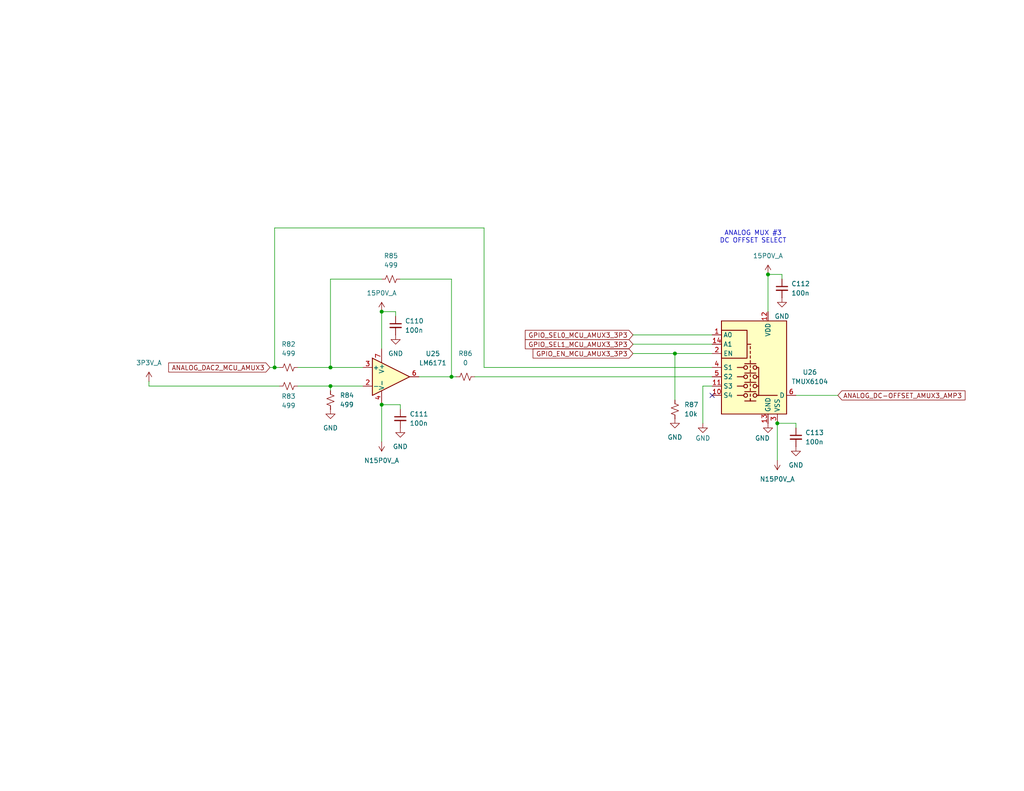
<source format=kicad_sch>
(kicad_sch (version 20231120) (generator "eeschema") (generator_version "8.0")
  (paper "A")
  (title_block (title "ARBITRARY WAVEFORM GENERATOR") (date "2024-09-11") (rev "0.0.1") (company "Tomasz Brzyzek"))
  (lib_symbols
    (symbol "BRZK_MUX:TMUX6104"
      (property "Reference" "U" (at 11.684 15.748 0))
      (property "Value" "TMUX6104" (at 11.684 13.462 0))
      (symbol "TMUX6104_0_0"
        (pin power_in line (at 5.08 -12.7 90) (length 2.54) (name "GND") (number "13"))
      )
      (symbol "TMUX6104_0_1"
        (rectangle (start -7.62 12.7) (end -0.635 5.08) (stroke (width 0.254)))
        (rectangle (start -7.62 15.24) (end 10.16 -10.16) (stroke (width 0.254)) (fill (type background)))
        (circle (center -1.016 -5.08) (radius 0.508) (stroke (width 0.254)))
        (circle (center -1.016 -2.54) (radius 0.508) (stroke (width 0.254)))
        (circle (center -1.016 0) (radius 0.508) (stroke (width 0.254)))
        (circle (center -1.016 2.54) (radius 0.508) (stroke (width 0.254)))
        (polyline (pts (xy -1.524 -5.08) (xy -3.302 -5.08)) (stroke (width 0.254)))
        (polyline (pts (xy -1.524 -2.54) (xy -3.302 -2.54)) (stroke (width 0.254)))
        (polyline (pts (xy -1.524 0) (xy -3.302 0)) (stroke (width 0.254)))
        (polyline (pts (xy -1.524 2.54) (xy -3.302 2.54)) (stroke (width 0.254)))
        (polyline (pts (xy -1.27 -6.604) (xy 1.778 -6.604)) (stroke (width 0.254)))
        (polyline (pts (xy -1.27 -4.064) (xy 1.778 -4.064)) (stroke (width 0.254)))
        (polyline (pts (xy -1.27 -1.524) (xy 1.778 -1.524)) (stroke (width 0.254)))
        (polyline (pts (xy -1.27 1.016) (xy 1.778 1.016)) (stroke (width 0.254)))
        (polyline (pts (xy -1.27 3.556) (xy 1.778 3.556)) (stroke (width 0.254)))
        (polyline (pts (xy -0.508 8.89) (xy 0.127 8.89)) (stroke (width 0.254)))
        (polyline (pts (xy 0.254 -6.604) (xy 0.254 -5.969)) (stroke (width 0.254)))
        (polyline (pts (xy 0.254 -6.604) (xy 0.254 -5.969)) (stroke (width 0.254)))
        (polyline (pts (xy 0.254 -5.334) (xy 0.254 -4.699)) (stroke (width 0.254)))
        (polyline (pts (xy 0.254 -3.81) (xy 0.254 -3.175)) (stroke (width 0.254)))
        (polyline (pts (xy 0.254 -2.54) (xy 0.254 -1.905)) (stroke (width 0.254)))
        (polyline (pts (xy 0.254 -1.27) (xy 0.254 -0.635)) (stroke (width 0.254)))
        (polyline (pts (xy 0.254 0) (xy 0.254 0.635)) (stroke (width 0.254)))
        (polyline (pts (xy 0.254 1.27) (xy 0.254 1.905)) (stroke (width 0.254)))
        (polyline (pts (xy 0.254 2.54) (xy 0.254 3.175)) (stroke (width 0.254)))
        (polyline (pts (xy 0.254 3.81) (xy 0.254 4.445)) (stroke (width 0.254)))
        (polyline (pts (xy 0.254 5.08) (xy 0.254 5.715)) (stroke (width 0.254)))
        (polyline (pts (xy 0.254 6.35) (xy 0.254 6.985)) (stroke (width 0.254)))
        (polyline (pts (xy 0.254 7.62) (xy 0.254 8.255)) (stroke (width 0.254)))
        (polyline (pts (xy 0.381 8.89) (xy 0.127 8.89)) (stroke (width 0.254)))
        (polyline (pts (xy 2.032 -5.08) (xy 2.54 -5.08)) (stroke (width 0.254)))
        (polyline (pts (xy 2.032 -2.54) (xy 2.54 -2.54)) (stroke (width 0.254)))
        (polyline (pts (xy 2.032 0) (xy 2.54 0)) (stroke (width 0.254)))
        (polyline (pts (xy 2.54 -5.08) (xy 7.62 -5.08)) (stroke (width 0.254)))
        (polyline (pts (xy 1.905 2.54) (xy 2.54 2.54) (xy 2.54 -5.08) (xy 2.032 -5.08)) (stroke (width 0.254)))
        (circle (center 1.524 -5.08) (radius 0.508) (stroke (width 0.254)))
        (circle (center 1.524 -2.54) (radius 0.508) (stroke (width 0.254)))
        (circle (center 1.524 0) (radius 0.508) (stroke (width 0.254)))
        (circle (center 1.524 2.54) (radius 0.508) (stroke (width 0.254)))
      )
      (symbol "TMUX6104_1_0"
        (pin no_connect line (at 12.7 2.54 180) (length 2.54) hide (name "NC") (number "7"))
        (pin no_connect line (at 12.7 2.54 180) (length 2.54) hide (name "NC") (number "8"))
        (pin no_connect line (at 12.7 2.54 180) (length 2.54) hide (name "NC") (number "9"))
      )
      (symbol "TMUX6104_1_1"
        (pin input line (at -10.16 11.43 0) (length 2.54) (name "A0") (number "1"))
        (pin bidirectional line (at -10.16 -5.08 0) (length 2.54) (name "S4") (number "10"))
        (pin bidirectional line (at -10.16 -2.54 0) (length 2.54) (name "S3") (number "11"))
        (pin power_in line (at 5.08 17.78 270) (length 2.54) (name "VDD") (number "12"))
        (pin input line (at -10.16 8.89 0) (length 2.54) (name "A1") (number "14"))
        (pin input line (at -10.16 6.35 0) (length 2.54) (name "EN") (number "2"))
        (pin power_in line (at 7.62 -12.7 90) (length 2.54) (name "VSS") (number "3"))
        (pin bidirectional line (at -10.16 2.54 0) (length 2.54) (name "S1") (number "4"))
        (pin bidirectional line (at -10.16 0 0) (length 2.54) (name "S2") (number "5"))
        (pin bidirectional line (at 12.7 -5.08 180) (length 2.54) (name "D") (number "6"))
      )
    )
    (symbol "BRZK_OPAMP:LM6171" (pin_names (offset 0.127))
      (property "Reference" "U" (at 0 6.35 0))
      (property "Value" "LM6171" (at 0 3.81 0))
      (symbol "LM6171_0_1"
        (polyline (pts (xy -5.08 5.08) (xy 5.08 0) (xy -5.08 -5.08) (xy -5.08 5.08)) (stroke (width 0.254)) (fill (type background)))
      )
      (symbol "LM6171_1_1"
        (pin no_connect line (at -2.54 2.54 270) (length 2.54) hide (name "NC") (number "1"))
        (pin input line (at -7.62 -2.54 0) (length 2.54) (name "-") (number "2"))
        (pin input line (at -7.62 2.54 0) (length 2.54) (name "+") (number "3"))
        (pin power_in line (at -2.54 -7.62 90) (length 3.81) (name "V-") (number "4"))
        (pin no_connect line (at 0 2.54 270) (length 2.54) hide (name "NC") (number "5"))
        (pin output line (at 7.62 0 180) (length 2.54) (name "~") (number "6"))
        (pin power_in line (at -2.54 7.62 270) (length 3.81) (name "V+") (number "7"))
        (pin no_connect line (at 0 -2.54 90) (length 2.54) hide (name "NC") (number "8"))
      )
    )
    (symbol "Device:C_Small" (pin_numbers hide) (pin_names (offset 0.254) hide)
      (property "Reference" "C" (at 0.254 1.778 0))
      (property "Value" "C_Small" (at 0.254 -2.032 0))
      (symbol "C_Small_0_1"
        (polyline (pts (xy -1.524 -0.508) (xy 1.524 -0.508)) (stroke (width 0.3302)))
        (polyline (pts (xy -1.524 0.508) (xy 1.524 0.508)) (stroke (width 0.3048)))
      )
      (symbol "C_Small_1_1"
        (pin passive line (at 0 2.54 270) (length 2.032) (name "~") (number "1"))
        (pin passive line (at 0 -2.54 90) (length 2.032) (name "~") (number "2"))
      )
    )
    (symbol "Device:R_Small_US" (pin_numbers hide) (pin_names (offset 0.254) hide)
      (property "Reference" "R" (at 0.762 0.508 0))
      (property "Value" "R_Small_US" (at 0.762 -1.016 0))
      (symbol "R_Small_US_1_1"
        (polyline (pts (xy 0 0) (xy 1.016 -0.381) (xy 0 -0.762) (xy -1.016 -1.143) (xy 0 -1.524)))
        (polyline (pts (xy 0 1.524) (xy 1.016 1.143) (xy 0 0.762) (xy -1.016 0.381) (xy 0 0)))
        (pin passive line (at 0 2.54 270) (length 1.016) (name "~") (number "1"))
        (pin passive line (at 0 -2.54 90) (length 1.016) (name "~") (number "2"))
      )
    )
    (symbol "power:+3V3" (power) (pin_numbers hide) (pin_names (offset 0) hide)
      (property "Value" "+3V3" (at 0 3.556 0))
      (symbol "+3V3_0_1"
        (polyline (pts (xy -0.762 1.27) (xy 0 2.54)))
        (polyline (pts (xy 0 0) (xy 0 2.54)))
        (polyline (pts (xy 0 2.54) (xy 0.762 1.27)))
      )
      (symbol "+3V3_1_1"
        (pin power_in line (at 0 0 90) (length 0) (name "~") (number "1"))
      )
    )
    (symbol "power:GND" (power) (pin_numbers hide) (pin_names (offset 0) hide)
      (property "Value" "GND" (at 0 -3.81 0))
      (symbol "GND_0_1"
        (polyline (pts (xy 0 0) (xy 0 -1.27) (xy 1.27 -1.27) (xy 0 -2.54) (xy -1.27 -1.27) (xy 0 -1.27)))
      )
      (symbol "GND_1_1"
        (pin power_in line (at 0 0 270) (length 0) (name "~") (number "1"))
      )
    )
  )
  (junction (at 212.09 115.57))
  (junction (at 104.14 85.09))
  (junction (at 74.93 100.33))
  (junction (at 90.17 100.33))
  (junction (at 123.19 102.87))
  (junction (at 184.15 96.52))
  (junction (at 104.14 110.49))
  (junction (at 209.55 74.93))
  (junction (at 90.17 105.41))
  (no_connect (at 194.31 107.95))
  (wire (pts (xy 107.95 86.36) (xy 107.95 85.09)))
  (wire (pts (xy 209.55 74.93) (xy 209.55 85.09)))
  (wire (pts (xy 172.72 96.52) (xy 184.15 96.52)))
  (wire (pts (xy 90.17 100.33) (xy 90.17 76.2)))
  (wire (pts (xy 114.3 102.87) (xy 123.19 102.87)))
  (wire (pts (xy 217.17 116.84) (xy 217.17 115.57)))
  (wire (pts (xy 90.17 76.2) (xy 104.14 76.2)))
  (wire (pts (xy 40.64 105.41) (xy 76.2 105.41)))
  (wire (pts (xy 104.14 120.65) (xy 104.14 110.49)))
  (wire (pts (xy 104.14 85.09) (xy 104.14 95.25)))
  (wire (pts (xy 129.54 102.87) (xy 194.31 102.87)))
  (wire (pts (xy 123.19 102.87) (xy 124.46 102.87)))
  (wire (pts (xy 90.17 105.41) (xy 90.17 106.68)))
  (wire (pts (xy 209.55 74.93) (xy 213.36 74.93)))
  (wire (pts (xy 73.66 100.33) (xy 74.93 100.33)))
  (wire (pts (xy 172.72 91.44) (xy 194.31 91.44)))
  (wire (pts (xy 212.09 125.73) (xy 212.09 115.57)))
  (wire (pts (xy 184.15 96.52) (xy 184.15 109.22)))
  (wire (pts (xy 194.31 105.41) (xy 191.77 105.41)))
  (wire (pts (xy 172.72 93.98) (xy 194.31 93.98)))
  (wire (pts (xy 104.14 110.49) (xy 109.22 110.49)))
  (wire (pts (xy 81.28 105.41) (xy 90.17 105.41)))
  (wire (pts (xy 213.36 76.2) (xy 213.36 74.93)))
  (wire (pts (xy 184.15 96.52) (xy 194.31 96.52)))
  (wire (pts (xy 132.08 62.23) (xy 74.93 62.23)))
  (wire (pts (xy 212.09 115.57) (xy 217.17 115.57)))
  (wire (pts (xy 191.77 105.41) (xy 191.77 115.57)))
  (wire (pts (xy 104.14 85.09) (xy 107.95 85.09)))
  (wire (pts (xy 132.08 100.33) (xy 132.08 62.23)))
  (wire (pts (xy 40.64 104.14) (xy 40.64 105.41)))
  (wire (pts (xy 109.22 76.2) (xy 123.19 76.2)))
  (wire (pts (xy 228.6 107.95) (xy 217.17 107.95)))
  (wire (pts (xy 123.19 76.2) (xy 123.19 102.87)))
  (wire (pts (xy 81.28 100.33) (xy 90.17 100.33)))
  (wire (pts (xy 90.17 105.41) (xy 99.06 105.41)))
  (wire (pts (xy 90.17 100.33) (xy 99.06 100.33)))
  (wire (pts (xy 194.31 100.33) (xy 132.08 100.33)))
  (wire (pts (xy 74.93 100.33) (xy 76.2 100.33)))
  (wire (pts (xy 74.93 62.23) (xy 74.93 100.33)))
  (wire (pts (xy 109.22 111.76) (xy 109.22 110.49)))
  (text "ANALOG MUX #3\nDC OFFSET SELECT" (at 205.486 64.77 0) (effects (font (size 1.27 1.27))))
  (global_label "ANALOG_DC-OFFSET_AMUX3_AMP3" (shape input) (at 228.6 107.95 0) (property "Intersheetrefs" "${INTERSHEET_REFS}" (effects (hide yes))))
  (global_label "GPIO_SEL0_MCU_AMUX3_3P3" (shape input) (at 172.72 91.44 180) (property "Intersheetrefs" "${INTERSHEET_REFS}" (effects (hide yes))))
  (global_label "GPIO_EN_MCU_AMUX3_3P3" (shape input) (at 172.72 96.52 180) (property "Intersheetrefs" "${INTERSHEET_REFS}" (effects (hide yes))))
  (global_label "ANALOG_DAC2_MCU_AMUX3" (shape input) (at 73.66 100.33 180) (property "Intersheetrefs" "${INTERSHEET_REFS}" (effects (hide yes))))
  (global_label "GPIO_SEL1_MCU_AMUX3_3P3" (shape input) (at 172.72 93.98 180) (property "Intersheetrefs" "${INTERSHEET_REFS}" (effects (hide yes))))
  (symbol (lib_id "Device:R_Small_US") (at 184.15 111.76 180) (unit 1)
    (property "Reference" "R87" (at 186.69 110.4899 0) (effects (justify right)))
    (property "Value" "10k" (at 186.69 113.0299 0) (effects (justify right)))
    (property "Footprint" "Resistor_SMD:R_0603_1608Metric" (effects (hide yes)))
    (property "Description" "Resistor, small US symbol" (effects (hide yes)))
    (property "Part Number" "0603WAF1002T5E" (effects (hide yes)))
    (property "LCSC" "C25804" (effects (hide yes)))
  )
  (symbol (lib_id "Device:C_Small") (at 109.22 114.3 0) (unit 1)
    (property "Reference" "C111" (at 111.76 113.0363 0) (effects (justify left)))
    (property "Value" "100n" (at 111.76 115.5763 0) (effects (justify left)))
    (property "Footprint" "Capacitor_SMD:C_0603_1608Metric" (effects (hide yes)))
    (property "Description" "Unpolarized capacitor, small symbol" (effects (hide yes)))
    (property "Part Number" "CL10B104JB8NNNC" (effects (hide yes)))
    (property "LCSC" "C24452" (effects (hide yes)))
  )
  (symbol (lib_id "power:GND") (at 209.55 115.57 0) (unit 1)
    (property "Reference" "#PWR0289" (effects (hide yes)))
    (property "Value" "GND" (at 208.026 119.634 0))
    (property "Description" "Power symbol creates a global label with name \"GND\" , ground" (effects (hide yes)))
  )
  (symbol (lib_id "power:GND") (at 191.77 115.57 0) (unit 1)
    (property "Reference" "#PWR0287" (effects (hide yes)))
    (property "Value" "GND" (at 191.77 119.634 0))
    (property "Description" "Power symbol creates a global label with name \"GND\" , ground" (effects (hide yes)))
  )
  (symbol (lib_id "Device:R_Small_US") (at 90.17 109.22 180) (unit 1)
    (property "Reference" "R84" (at 92.71 107.9499 0) (effects (justify right)))
    (property "Value" "499" (at 92.71 110.4899 0) (effects (justify right)))
    (property "Footprint" "Resistor_SMD:R_0603_1608Metric" (effects (hide yes)))
    (property "Description" "Resistor, small US symbol" (effects (hide yes)))
    (property "LCSC" "C23065" (effects (hide yes)))
    (property "Part Number" "0603WAF4990T5E" (effects (hide yes)))
  )
  (symbol (lib_id "power:+3V3") (at 40.64 104.14 0) (unit 1)
    (property "Reference" "#PWR0280" (effects (hide yes)))
    (property "Value" "3P3V_A" (at 40.64 99.06 0))
    (property "Description" "Power symbol creates a global label with name \"+3V3\"" (effects (hide yes)))
  )
  (symbol (lib_id "power:GND") (at 213.36 81.28 0) (unit 1)
    (property "Reference" "#PWR0291" (effects (hide yes)))
    (property "Value" "GND" (at 213.36 86.36 0))
    (property "Description" "Power symbol creates a global label with name \"GND\" , ground" (effects (hide yes)))
  )
  (symbol (lib_id "Device:R_Small_US") (at 78.74 105.41 90) (unit 1)
    (property "Reference" "R83" (at 78.74 108.204 90))
    (property "Value" "499" (at 78.74 110.744 90))
    (property "Footprint" "Resistor_SMD:R_0603_1608Metric" (effects (hide yes)))
    (property "Description" "Resistor, small US symbol" (effects (hide yes)))
    (property "LCSC" "C23065" (effects (hide yes)))
    (property "Part Number" "0603WAF4990T5E" (effects (hide yes)))
  )
  (symbol (lib_id "Device:R_Small_US") (at 106.68 76.2 90) (unit 1)
    (property "Reference" "R85" (at 106.68 69.85 90))
    (property "Value" "499" (at 106.68 72.39 90))
    (property "Footprint" "Resistor_SMD:R_0603_1608Metric" (effects (hide yes)))
    (property "Description" "Resistor, small US symbol" (effects (hide yes)))
    (property "LCSC" "C23065" (effects (hide yes)))
    (property "Part Number" "0603WAF4990T5E" (effects (hide yes)))
  )
  (symbol (lib_id "power:GND") (at 90.17 111.76 0) (unit 1)
    (property "Reference" "#PWR0281" (effects (hide yes)))
    (property "Value" "GND" (at 90.17 116.84 0))
    (property "Description" "Power symbol creates a global label with name \"GND\" , ground" (effects (hide yes)))
  )
  (symbol (lib_id "power:GND") (at 109.22 116.84 0) (unit 1)
    (property "Reference" "#PWR0285" (effects (hide yes)))
    (property "Value" "GND" (at 109.22 121.92 0))
    (property "Description" "Power symbol creates a global label with name \"GND\" , ground" (effects (hide yes)))
  )
  (symbol (lib_id "power:+3V3") (at 104.14 120.65 180) (unit 1)
    (property "Reference" "#PWR0283" (effects (hide yes)))
    (property "Value" "N15P0V_A" (at 104.14 125.73 0))
    (property "Description" "Power symbol creates a global label with name \"+3V3\"" (effects (hide yes)))
  )
  (symbol (lib_id "power:+3V3") (at 104.14 85.09 0) (unit 1)
    (property "Reference" "#PWR0282" (effects (hide yes)))
    (property "Value" "15P0V_A" (at 104.14 80.01 0))
    (property "Description" "Power symbol creates a global label with name \"+3V3\"" (effects (hide yes)))
  )
  (symbol (lib_id "power:GND") (at 184.15 114.3 0) (unit 1)
    (property "Reference" "#PWR0286" (effects (hide yes)))
    (property "Value" "GND" (at 184.15 119.38 0))
    (property "Description" "Power symbol creates a global label with name \"GND\" , ground" (effects (hide yes)))
  )
  (symbol (lib_id "Device:R_Small_US") (at 78.74 100.33 90) (unit 1)
    (property "Reference" "R82" (at 78.74 93.98 90))
    (property "Value" "499" (at 78.74 96.52 90))
    (property "Footprint" "Resistor_SMD:R_0603_1608Metric" (effects (hide yes)))
    (property "Description" "Resistor, small US symbol" (effects (hide yes)))
    (property "LCSC" "C23065" (effects (hide yes)))
    (property "Part Number" "0603WAF4990T5E" (effects (hide yes)))
  )
  (symbol (lib_id "Device:C_Small") (at 217.17 119.38 0) (unit 1)
    (property "Reference" "C113" (at 219.71 118.1163 0) (effects (justify left)))
    (property "Value" "100n" (at 219.71 120.6563 0) (effects (justify left)))
    (property "Footprint" "Capacitor_SMD:C_0603_1608Metric" (effects (hide yes)))
    (property "Description" "Unpolarized capacitor, small symbol" (effects (hide yes)))
    (property "Part Number" "CL10B104JB8NNNC" (effects (hide yes)))
    (property "LCSC" "C24452" (effects (hide yes)))
  )
  (symbol (lib_id "Device:R_Small_US") (at 127 102.87 90) (unit 1)
    (property "Reference" "R86" (at 127 96.52 90))
    (property "Value" "0" (at 127 99.06 90))
    (property "Footprint" "Resistor_SMD:R_0603_1608Metric" (effects (hide yes)))
    (property "Description" "Resistor, small US symbol" (effects (hide yes)))
    (property "Part Number" "0603WAJ0000T5E" (effects (hide yes)))
    (property "LCSC" "C15402" (effects (hide yes)))
  )
  (symbol (lib_id "power:+3V3") (at 209.55 74.93 0) (unit 1)
    (property "Reference" "#PWR0288" (effects (hide yes)))
    (property "Value" "15P0V_A" (at 209.55 69.85 0))
    (property "Description" "Power symbol creates a global label with name \"+3V3\"" (effects (hide yes)))
  )
  (symbol (lib_id "Device:C_Small") (at 213.36 78.74 0) (unit 1)
    (property "Reference" "C112" (at 215.9 77.4763 0) (effects (justify left)))
    (property "Value" "100n" (at 215.9 80.0163 0) (effects (justify left)))
    (property "Footprint" "Capacitor_SMD:C_0603_1608Metric" (effects (hide yes)))
    (property "Description" "Unpolarized capacitor, small symbol" (effects (hide yes)))
    (property "Part Number" "CL10B104JB8NNNC" (effects (hide yes)))
    (property "LCSC" "C24452" (effects (hide yes)))
  )
  (symbol (lib_id "BRZK_OPAMP:LM6171") (at 106.68 102.87 0) (unit 1)
    (property "Reference" "U25" (at 118.11 96.5514 0))
    (property "Value" "LM6171" (at 118.11 99.0914 0))
    (property "Footprint" "Package_SO:SOIC-8_3.9x4.9mm_P1.27mm" (effects (hide yes)))
    (property "Datasheet" "http://www.ti.com/lit/ds/symlink/lm6171.pdf" (effects (hide yes)))
    (property "Description" "High Speed Low Power Low Distortion Voltage Feedback Amplifier, SOIC-8" (effects (hide yes)))
    (property "Part Number" "LM6171BIMX/NOPB" (effects (hide yes)))
    (property "LCSC" "C2058493" (effects (hide yes)))
  )
  (symbol (lib_id "power:+3V3") (at 212.09 125.73 180) (unit 1)
    (property "Reference" "#PWR0290" (effects (hide yes)))
    (property "Value" "N15P0V_A" (at 212.09 130.81 0))
    (property "Description" "Power symbol creates a global label with name \"+3V3\"" (effects (hide yes)))
  )
  (symbol (lib_id "BRZK_MUX:TMUX6104") (at 204.47 102.87 0) (unit 1)
    (property "Reference" "U26" (at 220.98 101.6314 0))
    (property "Value" "TMUX6104" (at 220.98 104.1714 0))
    (property "Footprint" "Package_SO:TSSOP-14_4.4x5mm_P0.65mm" (effects (hide yes)))
    (property "Datasheet" "https://www.ti.com/lit/ds/symlink/tmux6104.pdf" (effects (hide yes)))
    (property "Description" "5-pA on-state leakage current, ±16.5-V, 4:1, 1-channel precision analog multiplexer" (effects (hide yes)))
    (property "Part Number" "TMUX6104PWR" (effects (hide yes)))
    (property "LCSC" "C2673388" (effects (hide yes)))
  )
  (symbol (lib_id "power:GND") (at 217.17 121.92 0) (unit 1)
    (property "Reference" "#PWR0292" (effects (hide yes)))
    (property "Value" "GND" (at 217.17 127 0))
    (property "Description" "Power symbol creates a global label with name \"GND\" , ground" (effects (hide yes)))
  )
  (symbol (lib_id "power:GND") (at 107.95 91.44 0) (unit 1)
    (property "Reference" "#PWR0284" (effects (hide yes)))
    (property "Value" "GND" (at 107.95 96.52 0))
    (property "Description" "Power symbol creates a global label with name \"GND\" , ground" (effects (hide yes)))
  )
  (symbol (lib_id "Device:C_Small") (at 107.95 88.9 0) (unit 1)
    (property "Reference" "C110" (at 110.49 87.6363 0) (effects (justify left)))
    (property "Value" "100n" (at 110.49 90.1763 0) (effects (justify left)))
    (property "Footprint" "Capacitor_SMD:C_0603_1608Metric" (effects (hide yes)))
    (property "Description" "Unpolarized capacitor, small symbol" (effects (hide yes)))
    (property "Part Number" "CL10B104JB8NNNC" (effects (hide yes)))
    (property "LCSC" "C24452" (effects (hide yes)))
  )
)
</source>
